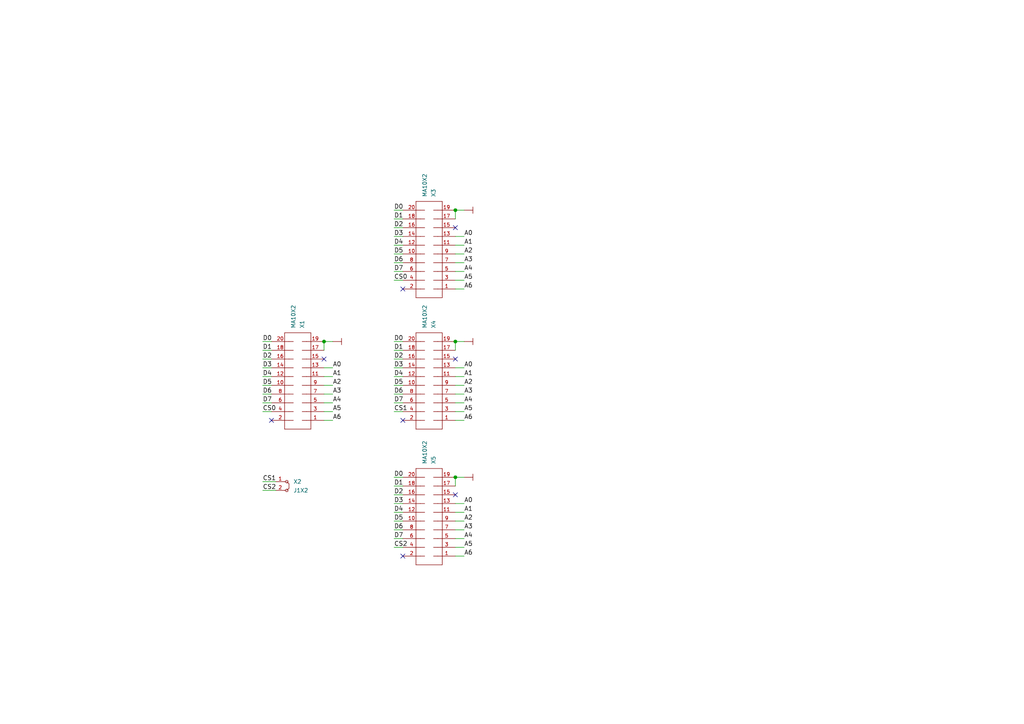
<source format=kicad_sch>
(kicad_sch (version 20211123) (generator eeschema)
  (paper "A4")
  (lib_symbols
    (symbol "89S52mini:GND" (power) (pin_numbers hide) (pin_names (offset 1.016) hide)
      (symbol "GND_1_0"
        (polyline (pts (xy -0.9398 -2.54) (xy 0.9398 -2.54)))
        (polyline (pts (xy 0 0) (xy 0 -2.54)))
      )
      (symbol "GND_1_1"
        (pin power_in line (at 0 0 270) (length 2.54) hide (name "GND") (number "~"))
      )
    )
    (symbol "89S52mini:J1X2" (pin_names (offset 1.016) hide)
      (property "Reference" "X" (at 2.54 1.905 0))
      (property "Value" "J1X2" (at 2.54 -0.635 0))
      (symbol "J1X2_1_0"
        (polyline (pts (xy 0 0) (xy 0.254 0)))
        (polyline (pts (xy 0 2.54) (xy 0.254 2.54)))
        (polyline (pts (xy 1.27 0.635) (xy 0.635 0)))
        (polyline (pts (xy 1.27 1.905) (xy 0.635 2.54)))
        (polyline (pts (xy 1.27 1.905) (xy 1.27 0.635)))
      )
      (symbol "J1X2_1_1"
        (circle (center 0.635 0) (radius 0.381))
        (circle (center 0.635 2.54) (radius 0.381))
        (pin passive line (at -2.54 2.54 0) (length 2.54) (name "1") (number "1"))
        (pin passive line (at -2.54 0 0) (length 2.54) (name "2") (number "2"))
      )
    )
    (symbol "89S52mini:MA10X2" (pin_names (offset 1.016) hide)
      (property "Reference" "X" (at -3.81 15.875 0))
      (property "Value" "MA10X2" (at -3.81 -15.24 0))
      (symbol "MA10X2_1_0"
        (polyline (pts (xy -3.81 15.24) (xy -3.81 -12.7)))
        (polyline (pts (xy -3.81 15.24) (xy 3.81 15.24)))
        (polyline (pts (xy -2.54 -10.16) (xy -1.27 -10.16)))
        (polyline (pts (xy -2.54 -7.62) (xy -1.27 -7.62)))
        (polyline (pts (xy -2.54 -5.08) (xy -1.27 -5.08)))
        (polyline (pts (xy -2.54 -2.54) (xy -1.27 -2.54)))
        (polyline (pts (xy -2.54 0) (xy -1.27 0)))
        (polyline (pts (xy -2.54 2.54) (xy -1.27 2.54)))
        (polyline (pts (xy -2.54 5.08) (xy -1.27 5.08)))
        (polyline (pts (xy -2.54 7.62) (xy -1.27 7.62)))
        (polyline (pts (xy -2.54 10.16) (xy -1.27 10.16)))
        (polyline (pts (xy -2.54 12.7) (xy -1.27 12.7)))
        (polyline (pts (xy 1.27 -10.16) (xy 2.54 -10.16)))
        (polyline (pts (xy 1.27 -7.62) (xy 2.54 -7.62)))
        (polyline (pts (xy 1.27 -5.08) (xy 2.54 -5.08)))
        (polyline (pts (xy 1.27 -2.54) (xy 2.54 -2.54)))
        (polyline (pts (xy 1.27 0) (xy 2.54 0)))
        (polyline (pts (xy 1.27 2.54) (xy 2.54 2.54)))
        (polyline (pts (xy 1.27 5.08) (xy 2.54 5.08)))
        (polyline (pts (xy 1.27 7.62) (xy 2.54 7.62)))
        (polyline (pts (xy 1.27 10.16) (xy 2.54 10.16)))
        (polyline (pts (xy 1.27 12.7) (xy 2.54 12.7)))
        (polyline (pts (xy 3.81 -12.7) (xy -3.81 -12.7)))
        (polyline (pts (xy 3.81 -12.7) (xy 3.81 15.24)))
      )
      (symbol "MA10X2_1_1"
        (pin passive line (at 7.62 -10.16 180) (length 5.08) (name "1") (number "1"))
        (pin passive line (at -7.62 0 0) (length 5.08) (name "10") (number "10"))
        (pin passive line (at 7.62 2.54 180) (length 5.08) (name "11") (number "11"))
        (pin passive line (at -7.62 2.54 0) (length 5.08) (name "12") (number "12"))
        (pin passive line (at 7.62 5.08 180) (length 5.08) (name "13") (number "13"))
        (pin passive line (at -7.62 5.08 0) (length 5.08) (name "14") (number "14"))
        (pin passive line (at 7.62 7.62 180) (length 5.08) (name "15") (number "15"))
        (pin passive line (at -7.62 7.62 0) (length 5.08) (name "16") (number "16"))
        (pin passive line (at 7.62 10.16 180) (length 5.08) (name "17") (number "17"))
        (pin passive line (at -7.62 10.16 0) (length 5.08) (name "18") (number "18"))
        (pin passive line (at 7.62 12.7 180) (length 5.08) (name "19") (number "19"))
        (pin passive line (at -7.62 -10.16 0) (length 5.08) (name "2") (number "2"))
        (pin passive line (at -7.62 12.7 0) (length 5.08) (name "20") (number "20"))
        (pin passive line (at 7.62 -7.62 180) (length 5.08) (name "3") (number "3"))
        (pin passive line (at -7.62 -7.62 0) (length 5.08) (name "4") (number "4"))
        (pin passive line (at 7.62 -5.08 180) (length 5.08) (name "5") (number "5"))
        (pin passive line (at -7.62 -5.08 0) (length 5.08) (name "6") (number "6"))
        (pin passive line (at 7.62 -2.54 180) (length 5.08) (name "7") (number "7"))
        (pin passive line (at -7.62 -2.54 0) (length 5.08) (name "8") (number "8"))
        (pin passive line (at 7.62 0 180) (length 5.08) (name "9") (number "9"))
      )
    )
  )
  (junction (at 132.08 99.06))
  (junction (at 93.98 99.06))
  (junction (at 132.08 138.43))
  (junction (at 132.08 60.96))
  (no_connect (at 132.08 143.51))
  (no_connect (at 116.84 121.92))
  (no_connect (at 132.08 104.14))
  (no_connect (at 116.84 83.82))
  (no_connect (at 116.84 161.29))
  (no_connect (at 132.08 66.04))
  (no_connect (at 93.98 104.14))
  (no_connect (at 78.74 121.92))
  (wire (pts (xy 76.2 142.24) (xy 80.01 142.24)))
  (wire (pts (xy 76.2 101.6) (xy 78.74 101.6)))
  (wire (pts (xy 114.3 76.2) (xy 116.84 76.2)))
  (wire (pts (xy 132.08 151.13) (xy 134.62 151.13)))
  (wire (pts (xy 132.08 161.29) (xy 134.62 161.29)))
  (wire (pts (xy 114.3 143.51) (xy 116.84 143.51)))
  (wire (pts (xy 114.3 73.66) (xy 116.84 73.66)))
  (wire (pts (xy 114.3 153.67) (xy 116.84 153.67)))
  (wire (pts (xy 132.08 121.92) (xy 134.62 121.92)))
  (wire (pts (xy 114.3 101.6) (xy 116.84 101.6)))
  (wire (pts (xy 114.3 151.13) (xy 116.84 151.13)))
  (wire (pts (xy 114.3 148.59) (xy 116.84 148.59)))
  (wire (pts (xy 114.3 156.21) (xy 116.84 156.21)))
  (wire (pts (xy 114.3 78.74) (xy 116.84 78.74)))
  (wire (pts (xy 132.08 83.82) (xy 134.62 83.82)))
  (wire (pts (xy 76.2 119.38) (xy 78.74 119.38)))
  (wire (pts (xy 114.3 116.84) (xy 116.84 116.84)))
  (wire (pts (xy 114.3 60.96) (xy 116.84 60.96)))
  (wire (pts (xy 114.3 71.12) (xy 116.84 71.12)))
  (wire (pts (xy 114.3 68.58) (xy 116.84 68.58)))
  (wire (pts (xy 114.3 119.38) (xy 116.84 119.38)))
  (wire (pts (xy 132.08 158.75) (xy 134.62 158.75)))
  (wire (pts (xy 132.08 99.06) (xy 132.08 101.6)))
  (wire (pts (xy 114.3 114.3) (xy 116.84 114.3)))
  (wire (pts (xy 93.98 119.38) (xy 96.52 119.38)))
  (wire (pts (xy 132.08 111.76) (xy 134.62 111.76)))
  (wire (pts (xy 132.08 156.21) (xy 134.62 156.21)))
  (wire (pts (xy 93.98 121.92) (xy 96.52 121.92)))
  (wire (pts (xy 132.08 138.43) (xy 132.08 140.97)))
  (wire (pts (xy 76.2 111.76) (xy 78.74 111.76)))
  (wire (pts (xy 132.08 106.68) (xy 134.62 106.68)))
  (wire (pts (xy 76.2 109.22) (xy 78.74 109.22)))
  (wire (pts (xy 114.3 146.05) (xy 116.84 146.05)))
  (wire (pts (xy 132.08 71.12) (xy 134.62 71.12)))
  (wire (pts (xy 93.98 109.22) (xy 96.52 109.22)))
  (wire (pts (xy 114.3 63.5) (xy 116.84 63.5)))
  (wire (pts (xy 114.3 138.43) (xy 116.84 138.43)))
  (wire (pts (xy 114.3 111.76) (xy 116.84 111.76)))
  (wire (pts (xy 93.98 116.84) (xy 96.52 116.84)))
  (wire (pts (xy 114.3 106.68) (xy 116.84 106.68)))
  (wire (pts (xy 132.08 68.58) (xy 134.62 68.58)))
  (wire (pts (xy 114.3 99.06) (xy 116.84 99.06)))
  (wire (pts (xy 76.2 104.14) (xy 78.74 104.14)))
  (wire (pts (xy 132.08 60.96) (xy 134.62 60.96)))
  (wire (pts (xy 93.98 106.68) (xy 96.52 106.68)))
  (wire (pts (xy 93.98 99.06) (xy 93.98 101.6)))
  (wire (pts (xy 132.08 148.59) (xy 134.62 148.59)))
  (wire (pts (xy 76.2 106.68) (xy 78.74 106.68)))
  (wire (pts (xy 76.2 116.84) (xy 78.74 116.84)))
  (wire (pts (xy 132.08 114.3) (xy 134.62 114.3)))
  (wire (pts (xy 132.08 153.67) (xy 134.62 153.67)))
  (wire (pts (xy 132.08 138.43) (xy 134.62 138.43)))
  (wire (pts (xy 114.3 81.28) (xy 116.84 81.28)))
  (wire (pts (xy 114.3 140.97) (xy 116.84 140.97)))
  (wire (pts (xy 114.3 158.75) (xy 116.84 158.75)))
  (wire (pts (xy 114.3 109.22) (xy 116.84 109.22)))
  (wire (pts (xy 76.2 139.7) (xy 80.01 139.7)))
  (wire (pts (xy 114.3 104.14) (xy 116.84 104.14)))
  (wire (pts (xy 132.08 78.74) (xy 134.62 78.74)))
  (wire (pts (xy 93.98 111.76) (xy 96.52 111.76)))
  (wire (pts (xy 132.08 109.22) (xy 134.62 109.22)))
  (wire (pts (xy 93.98 114.3) (xy 96.52 114.3)))
  (wire (pts (xy 76.2 99.06) (xy 78.74 99.06)))
  (wire (pts (xy 76.2 114.3) (xy 78.74 114.3)))
  (wire (pts (xy 132.08 73.66) (xy 134.62 73.66)))
  (wire (pts (xy 132.08 76.2) (xy 134.62 76.2)))
  (wire (pts (xy 114.3 66.04) (xy 116.84 66.04)))
  (wire (pts (xy 93.98 99.06) (xy 96.52 99.06)))
  (wire (pts (xy 132.08 146.05) (xy 134.62 146.05)))
  (wire (pts (xy 132.08 99.06) (xy 134.62 99.06)))
  (wire (pts (xy 132.08 116.84) (xy 134.62 116.84)))
  (wire (pts (xy 132.08 119.38) (xy 134.62 119.38)))
  (wire (pts (xy 132.08 60.96) (xy 132.08 63.5)))
  (wire (pts (xy 132.08 81.28) (xy 134.62 81.28)))
  (label "D4" (at 114.3 71.12 0))
  (label "A4" (at 134.62 156.21 0))
  (label "D1" (at 114.3 140.97 0))
  (label "D3" (at 114.3 146.05 0))
  (label "D4" (at 114.3 109.22 0))
  (label "CS2" (at 76.2 142.24 0))
  (label "D5" (at 114.3 111.76 0))
  (label "A3" (at 134.62 114.3 0))
  (label "A0" (at 134.62 146.05 0))
  (label "A5" (at 96.52 119.38 0))
  (label "D0" (at 114.3 99.06 0))
  (label "D6" (at 114.3 153.67 0))
  (label "D2" (at 76.2 104.14 0))
  (label "D6" (at 114.3 114.3 0))
  (label "D7" (at 114.3 156.21 0))
  (label "D4" (at 114.3 148.59 0))
  (label "D7" (at 76.2 116.84 0))
  (label "CS2" (at 114.3 158.75 0))
  (label "D2" (at 114.3 143.51 0))
  (label "A2" (at 134.62 111.76 0))
  (label "D1" (at 114.3 101.6 0))
  (label "A1" (at 96.52 109.22 0))
  (label "D6" (at 76.2 114.3 0))
  (label "A4" (at 134.62 78.74 0))
  (label "A3" (at 96.52 114.3 0))
  (label "A6" (at 96.52 121.92 0))
  (label "A0" (at 134.62 68.58 0))
  (label "D4" (at 76.2 109.22 0))
  (label "A4" (at 96.52 116.84 0))
  (label "CS1" (at 114.3 119.38 0))
  (label "D3" (at 114.3 68.58 0))
  (label "D7" (at 114.3 116.84 0))
  (label "A5" (at 134.62 158.75 0))
  (label "A1" (at 134.62 109.22 0))
  (label "D1" (at 114.3 63.5 0))
  (label "D0" (at 114.3 60.96 0))
  (label "CS0" (at 76.2 119.38 0))
  (label "A6" (at 134.62 121.92 0))
  (label "CS1" (at 76.2 139.7 0))
  (label "D5" (at 76.2 111.76 0))
  (label "D7" (at 114.3 78.74 0))
  (label "A6" (at 134.62 161.29 0))
  (label "D2" (at 114.3 66.04 0))
  (label "D0" (at 114.3 138.43 0))
  (label "D2" (at 114.3 104.14 0))
  (label "D3" (at 76.2 106.68 0))
  (label "D3" (at 114.3 106.68 0))
  (label "D6" (at 114.3 76.2 0))
  (label "A3" (at 134.62 76.2 0))
  (label "A2" (at 134.62 73.66 0))
  (label "A0" (at 96.52 106.68 0))
  (label "A1" (at 134.62 148.59 0))
  (label "A2" (at 134.62 151.13 0))
  (label "A3" (at 134.62 153.67 0))
  (label "D5" (at 114.3 73.66 0))
  (label "D0" (at 76.2 99.06 0))
  (label "A0" (at 134.62 106.68 0))
  (label "A6" (at 134.62 83.82 0))
  (label "A5" (at 134.62 81.28 0))
  (label "A2" (at 96.52 111.76 0))
  (label "A4" (at 134.62 116.84 0))
  (label "A1" (at 134.62 71.12 0))
  (label "D1" (at 76.2 101.6 0))
  (label "CS0" (at 114.3 81.28 0))
  (label "A5" (at 134.62 119.38 0))
  (label "D5" (at 114.3 151.13 0))
  (symbol (lib_id "89S52mini:GND") (at 134.62 60.96 90) (unit 1)
    (property "Reference" "#M0104" (effects hide))
    (property "Value" "GND" (effects hide))
  )
  (symbol (lib_id "89S52mini:J1X2") (at 82.55 142.24 0) (unit 1)
    (property "Reference" "X2" (at 85.09 139.7 0) (effects (font (size 1.143 1.143)) (justify left)))
    (property "Value" "J1X2" (at 85.09 142.24 0) (effects (font (size 1.143 1.143)) (justify left)))
    (property "Footprint" "89S52mini_J1X2" (effects hide))
  )
  (symbol (lib_id "89S52mini:MA10X2") (at 124.46 73.66 0) (unit 1)
    (property "Reference" "X3" (at 125.73 57.15 90) (effects (font (size 1.143 1.143)) (justify left)))
    (property "Value" "MA10X2" (at 123.19 57.15 90) (effects (font (size 1.143 1.143)) (justify left)))
    (property "Footprint" "89S52mini_MA10X2" (effects hide))
  )
  (symbol (lib_id "89S52mini:MA10X2") (at 124.46 111.76 0) (unit 1)
    (property "Reference" "X4" (at 125.73 95.25 90) (effects (font (size 1.143 1.143)) (justify left)))
    (property "Value" "MA10X2" (at 123.19 95.25 90) (effects (font (size 1.143 1.143)) (justify left)))
    (property "Footprint" "89S52mini_MA10X2" (effects hide))
  )
  (symbol (lib_id "89S52mini:GND") (at 134.62 99.06 90) (unit 1)
    (property "Reference" "#M0101" (effects hide))
    (property "Value" "GND" (effects hide))
  )
  (symbol (lib_id "89S52mini:MA10X2") (at 124.46 151.13 0) (unit 1)
    (property "Reference" "X5" (at 125.73 134.62 90) (effects (font (size 1.143 1.143)) (justify left)))
    (property "Value" "MA10X2" (at 123.19 134.62 90) (effects (font (size 1.143 1.143)) (justify left)))
    (property "Footprint" "89S52mini_MA10X2" (effects hide))
  )
  (symbol (lib_id "89S52mini:GND") (at 134.62 138.43 90) (unit 1)
    (property "Reference" "#M0103" (effects hide))
    (property "Value" "GND" (effects hide))
  )
  (symbol (lib_id "89S52mini:GND") (at 96.52 99.06 90) (unit 1)
    (property "Reference" "#M0102" (effects hide))
    (property "Value" "GND" (effects hide))
  )
  (symbol (lib_id "89S52mini:MA10X2") (at 86.36 111.76 0) (unit 1)
    (property "Reference" "X1" (at 87.63 95.25 90) (effects (font (size 1.143 1.143)) (justify left)))
    (property "Value" "MA10X2" (at 85.09 95.25 90) (effects (font (size 1.143 1.143)) (justify left)))
    (property "Footprint" "89S52mini_MA10X2" (effects hide))
  )
)
</source>
